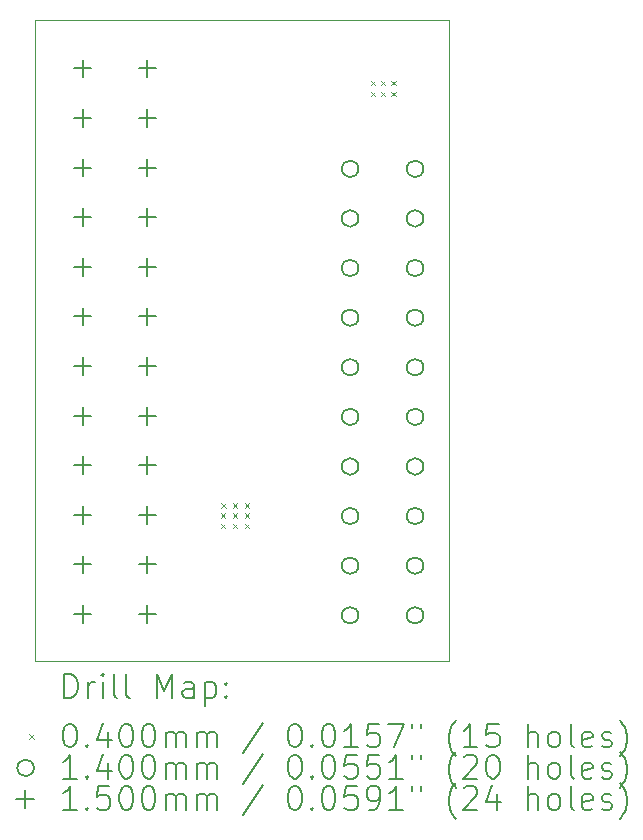
<source format=gbr>
%TF.GenerationSoftware,KiCad,Pcbnew,(6.0.7)*%
%TF.CreationDate,2023-01-08T00:03:06+11:00*%
%TF.ProjectId,Xbox_ATX,58626f78-5f41-4545-982e-6b696361645f,rev?*%
%TF.SameCoordinates,Original*%
%TF.FileFunction,Drillmap*%
%TF.FilePolarity,Positive*%
%FSLAX45Y45*%
G04 Gerber Fmt 4.5, Leading zero omitted, Abs format (unit mm)*
G04 Created by KiCad (PCBNEW (6.0.7)) date 2023-01-08 00:03:06*
%MOMM*%
%LPD*%
G01*
G04 APERTURE LIST*
%ADD10C,0.100000*%
%ADD11C,0.200000*%
%ADD12C,0.040000*%
%ADD13C,0.140000*%
%ADD14C,0.150000*%
G04 APERTURE END LIST*
D10*
X14528800Y-12687300D02*
X18034000Y-12687300D01*
X18034000Y-12687300D02*
X18034000Y-7264400D01*
X18034000Y-7264400D02*
X14528800Y-7264400D01*
X14528800Y-7264400D02*
X14528800Y-12687300D01*
D11*
D12*
X16103920Y-11440480D02*
X16143920Y-11480480D01*
X16143920Y-11440480D02*
X16103920Y-11480480D01*
X16103920Y-11526840D02*
X16143920Y-11566840D01*
X16143920Y-11526840D02*
X16103920Y-11566840D01*
X16109000Y-11354120D02*
X16149000Y-11394120D01*
X16149000Y-11354120D02*
X16109000Y-11394120D01*
X16205520Y-11354120D02*
X16245520Y-11394120D01*
X16245520Y-11354120D02*
X16205520Y-11394120D01*
X16205520Y-11440480D02*
X16245520Y-11480480D01*
X16245520Y-11440480D02*
X16205520Y-11480480D01*
X16205520Y-11526840D02*
X16245520Y-11566840D01*
X16245520Y-11526840D02*
X16205520Y-11566840D01*
X16307120Y-11354120D02*
X16347120Y-11394120D01*
X16347120Y-11354120D02*
X16307120Y-11394120D01*
X16307120Y-11440480D02*
X16347120Y-11480480D01*
X16347120Y-11440480D02*
X16307120Y-11480480D01*
X16307120Y-11526840D02*
X16347120Y-11566840D01*
X16347120Y-11526840D02*
X16307120Y-11566840D01*
X17373920Y-7777800D02*
X17413920Y-7817800D01*
X17413920Y-7777800D02*
X17373920Y-7817800D01*
X17373920Y-7869240D02*
X17413920Y-7909240D01*
X17413920Y-7869240D02*
X17373920Y-7909240D01*
X17460280Y-7777800D02*
X17500280Y-7817800D01*
X17500280Y-7777800D02*
X17460280Y-7817800D01*
X17460280Y-7869240D02*
X17500280Y-7909240D01*
X17500280Y-7869240D02*
X17460280Y-7909240D01*
X17546640Y-7777800D02*
X17586640Y-7817800D01*
X17586640Y-7777800D02*
X17546640Y-7817800D01*
X17546640Y-7869240D02*
X17586640Y-7909240D01*
X17586640Y-7869240D02*
X17546640Y-7909240D01*
D13*
X17271000Y-8524000D02*
G75*
G03*
X17271000Y-8524000I-70000J0D01*
G01*
X17271000Y-8944000D02*
G75*
G03*
X17271000Y-8944000I-70000J0D01*
G01*
X17271000Y-9364000D02*
G75*
G03*
X17271000Y-9364000I-70000J0D01*
G01*
X17271000Y-9784000D02*
G75*
G03*
X17271000Y-9784000I-70000J0D01*
G01*
X17271000Y-10204000D02*
G75*
G03*
X17271000Y-10204000I-70000J0D01*
G01*
X17271000Y-10624000D02*
G75*
G03*
X17271000Y-10624000I-70000J0D01*
G01*
X17271000Y-11044000D02*
G75*
G03*
X17271000Y-11044000I-70000J0D01*
G01*
X17271000Y-11464000D02*
G75*
G03*
X17271000Y-11464000I-70000J0D01*
G01*
X17271000Y-11884000D02*
G75*
G03*
X17271000Y-11884000I-70000J0D01*
G01*
X17271000Y-12304000D02*
G75*
G03*
X17271000Y-12304000I-70000J0D01*
G01*
X17821000Y-8524000D02*
G75*
G03*
X17821000Y-8524000I-70000J0D01*
G01*
X17821000Y-8944000D02*
G75*
G03*
X17821000Y-8944000I-70000J0D01*
G01*
X17821000Y-9364000D02*
G75*
G03*
X17821000Y-9364000I-70000J0D01*
G01*
X17821000Y-9784000D02*
G75*
G03*
X17821000Y-9784000I-70000J0D01*
G01*
X17821000Y-10204000D02*
G75*
G03*
X17821000Y-10204000I-70000J0D01*
G01*
X17821000Y-10624000D02*
G75*
G03*
X17821000Y-10624000I-70000J0D01*
G01*
X17821000Y-11044000D02*
G75*
G03*
X17821000Y-11044000I-70000J0D01*
G01*
X17821000Y-11464000D02*
G75*
G03*
X17821000Y-11464000I-70000J0D01*
G01*
X17821000Y-11884000D02*
G75*
G03*
X17821000Y-11884000I-70000J0D01*
G01*
X17821000Y-12304000D02*
G75*
G03*
X17821000Y-12304000I-70000J0D01*
G01*
D14*
X14935200Y-7598600D02*
X14935200Y-7748600D01*
X14860200Y-7673600D02*
X15010200Y-7673600D01*
X14935200Y-8018600D02*
X14935200Y-8168600D01*
X14860200Y-8093600D02*
X15010200Y-8093600D01*
X14935200Y-8438600D02*
X14935200Y-8588600D01*
X14860200Y-8513600D02*
X15010200Y-8513600D01*
X14935200Y-8858600D02*
X14935200Y-9008600D01*
X14860200Y-8933600D02*
X15010200Y-8933600D01*
X14935200Y-9278600D02*
X14935200Y-9428600D01*
X14860200Y-9353600D02*
X15010200Y-9353600D01*
X14935200Y-9698600D02*
X14935200Y-9848600D01*
X14860200Y-9773600D02*
X15010200Y-9773600D01*
X14935200Y-10118600D02*
X14935200Y-10268600D01*
X14860200Y-10193600D02*
X15010200Y-10193600D01*
X14935200Y-10538600D02*
X14935200Y-10688600D01*
X14860200Y-10613600D02*
X15010200Y-10613600D01*
X14935200Y-10958600D02*
X14935200Y-11108600D01*
X14860200Y-11033600D02*
X15010200Y-11033600D01*
X14935200Y-11378600D02*
X14935200Y-11528600D01*
X14860200Y-11453600D02*
X15010200Y-11453600D01*
X14935200Y-11798600D02*
X14935200Y-11948600D01*
X14860200Y-11873600D02*
X15010200Y-11873600D01*
X14935200Y-12218600D02*
X14935200Y-12368600D01*
X14860200Y-12293600D02*
X15010200Y-12293600D01*
X15485200Y-7598600D02*
X15485200Y-7748600D01*
X15410200Y-7673600D02*
X15560200Y-7673600D01*
X15485200Y-8018600D02*
X15485200Y-8168600D01*
X15410200Y-8093600D02*
X15560200Y-8093600D01*
X15485200Y-8438600D02*
X15485200Y-8588600D01*
X15410200Y-8513600D02*
X15560200Y-8513600D01*
X15485200Y-8858600D02*
X15485200Y-9008600D01*
X15410200Y-8933600D02*
X15560200Y-8933600D01*
X15485200Y-9278600D02*
X15485200Y-9428600D01*
X15410200Y-9353600D02*
X15560200Y-9353600D01*
X15485200Y-9698600D02*
X15485200Y-9848600D01*
X15410200Y-9773600D02*
X15560200Y-9773600D01*
X15485200Y-10118600D02*
X15485200Y-10268600D01*
X15410200Y-10193600D02*
X15560200Y-10193600D01*
X15485200Y-10538600D02*
X15485200Y-10688600D01*
X15410200Y-10613600D02*
X15560200Y-10613600D01*
X15485200Y-10958600D02*
X15485200Y-11108600D01*
X15410200Y-11033600D02*
X15560200Y-11033600D01*
X15485200Y-11378600D02*
X15485200Y-11528600D01*
X15410200Y-11453600D02*
X15560200Y-11453600D01*
X15485200Y-11798600D02*
X15485200Y-11948600D01*
X15410200Y-11873600D02*
X15560200Y-11873600D01*
X15485200Y-12218600D02*
X15485200Y-12368600D01*
X15410200Y-12293600D02*
X15560200Y-12293600D01*
D11*
X14781419Y-13002776D02*
X14781419Y-12802776D01*
X14829038Y-12802776D01*
X14857609Y-12812300D01*
X14876657Y-12831348D01*
X14886181Y-12850395D01*
X14895705Y-12888490D01*
X14895705Y-12917062D01*
X14886181Y-12955157D01*
X14876657Y-12974205D01*
X14857609Y-12993252D01*
X14829038Y-13002776D01*
X14781419Y-13002776D01*
X14981419Y-13002776D02*
X14981419Y-12869443D01*
X14981419Y-12907538D02*
X14990943Y-12888490D01*
X15000467Y-12878967D01*
X15019514Y-12869443D01*
X15038562Y-12869443D01*
X15105228Y-13002776D02*
X15105228Y-12869443D01*
X15105228Y-12802776D02*
X15095705Y-12812300D01*
X15105228Y-12821824D01*
X15114752Y-12812300D01*
X15105228Y-12802776D01*
X15105228Y-12821824D01*
X15229038Y-13002776D02*
X15209990Y-12993252D01*
X15200467Y-12974205D01*
X15200467Y-12802776D01*
X15333800Y-13002776D02*
X15314752Y-12993252D01*
X15305228Y-12974205D01*
X15305228Y-12802776D01*
X15562371Y-13002776D02*
X15562371Y-12802776D01*
X15629038Y-12945633D01*
X15695705Y-12802776D01*
X15695705Y-13002776D01*
X15876657Y-13002776D02*
X15876657Y-12898014D01*
X15867133Y-12878967D01*
X15848086Y-12869443D01*
X15809990Y-12869443D01*
X15790943Y-12878967D01*
X15876657Y-12993252D02*
X15857609Y-13002776D01*
X15809990Y-13002776D01*
X15790943Y-12993252D01*
X15781419Y-12974205D01*
X15781419Y-12955157D01*
X15790943Y-12936109D01*
X15809990Y-12926586D01*
X15857609Y-12926586D01*
X15876657Y-12917062D01*
X15971895Y-12869443D02*
X15971895Y-13069443D01*
X15971895Y-12878967D02*
X15990943Y-12869443D01*
X16029038Y-12869443D01*
X16048086Y-12878967D01*
X16057609Y-12888490D01*
X16067133Y-12907538D01*
X16067133Y-12964681D01*
X16057609Y-12983728D01*
X16048086Y-12993252D01*
X16029038Y-13002776D01*
X15990943Y-13002776D01*
X15971895Y-12993252D01*
X16152848Y-12983728D02*
X16162371Y-12993252D01*
X16152848Y-13002776D01*
X16143324Y-12993252D01*
X16152848Y-12983728D01*
X16152848Y-13002776D01*
X16152848Y-12878967D02*
X16162371Y-12888490D01*
X16152848Y-12898014D01*
X16143324Y-12888490D01*
X16152848Y-12878967D01*
X16152848Y-12898014D01*
D12*
X14483800Y-13312300D02*
X14523800Y-13352300D01*
X14523800Y-13312300D02*
X14483800Y-13352300D01*
D11*
X14819514Y-13222776D02*
X14838562Y-13222776D01*
X14857609Y-13232300D01*
X14867133Y-13241824D01*
X14876657Y-13260871D01*
X14886181Y-13298967D01*
X14886181Y-13346586D01*
X14876657Y-13384681D01*
X14867133Y-13403728D01*
X14857609Y-13413252D01*
X14838562Y-13422776D01*
X14819514Y-13422776D01*
X14800467Y-13413252D01*
X14790943Y-13403728D01*
X14781419Y-13384681D01*
X14771895Y-13346586D01*
X14771895Y-13298967D01*
X14781419Y-13260871D01*
X14790943Y-13241824D01*
X14800467Y-13232300D01*
X14819514Y-13222776D01*
X14971895Y-13403728D02*
X14981419Y-13413252D01*
X14971895Y-13422776D01*
X14962371Y-13413252D01*
X14971895Y-13403728D01*
X14971895Y-13422776D01*
X15152848Y-13289443D02*
X15152848Y-13422776D01*
X15105228Y-13213252D02*
X15057609Y-13356109D01*
X15181419Y-13356109D01*
X15295705Y-13222776D02*
X15314752Y-13222776D01*
X15333800Y-13232300D01*
X15343324Y-13241824D01*
X15352848Y-13260871D01*
X15362371Y-13298967D01*
X15362371Y-13346586D01*
X15352848Y-13384681D01*
X15343324Y-13403728D01*
X15333800Y-13413252D01*
X15314752Y-13422776D01*
X15295705Y-13422776D01*
X15276657Y-13413252D01*
X15267133Y-13403728D01*
X15257609Y-13384681D01*
X15248086Y-13346586D01*
X15248086Y-13298967D01*
X15257609Y-13260871D01*
X15267133Y-13241824D01*
X15276657Y-13232300D01*
X15295705Y-13222776D01*
X15486181Y-13222776D02*
X15505228Y-13222776D01*
X15524276Y-13232300D01*
X15533800Y-13241824D01*
X15543324Y-13260871D01*
X15552848Y-13298967D01*
X15552848Y-13346586D01*
X15543324Y-13384681D01*
X15533800Y-13403728D01*
X15524276Y-13413252D01*
X15505228Y-13422776D01*
X15486181Y-13422776D01*
X15467133Y-13413252D01*
X15457609Y-13403728D01*
X15448086Y-13384681D01*
X15438562Y-13346586D01*
X15438562Y-13298967D01*
X15448086Y-13260871D01*
X15457609Y-13241824D01*
X15467133Y-13232300D01*
X15486181Y-13222776D01*
X15638562Y-13422776D02*
X15638562Y-13289443D01*
X15638562Y-13308490D02*
X15648086Y-13298967D01*
X15667133Y-13289443D01*
X15695705Y-13289443D01*
X15714752Y-13298967D01*
X15724276Y-13318014D01*
X15724276Y-13422776D01*
X15724276Y-13318014D02*
X15733800Y-13298967D01*
X15752848Y-13289443D01*
X15781419Y-13289443D01*
X15800467Y-13298967D01*
X15809990Y-13318014D01*
X15809990Y-13422776D01*
X15905228Y-13422776D02*
X15905228Y-13289443D01*
X15905228Y-13308490D02*
X15914752Y-13298967D01*
X15933800Y-13289443D01*
X15962371Y-13289443D01*
X15981419Y-13298967D01*
X15990943Y-13318014D01*
X15990943Y-13422776D01*
X15990943Y-13318014D02*
X16000467Y-13298967D01*
X16019514Y-13289443D01*
X16048086Y-13289443D01*
X16067133Y-13298967D01*
X16076657Y-13318014D01*
X16076657Y-13422776D01*
X16467133Y-13213252D02*
X16295705Y-13470395D01*
X16724276Y-13222776D02*
X16743324Y-13222776D01*
X16762371Y-13232300D01*
X16771895Y-13241824D01*
X16781419Y-13260871D01*
X16790943Y-13298967D01*
X16790943Y-13346586D01*
X16781419Y-13384681D01*
X16771895Y-13403728D01*
X16762371Y-13413252D01*
X16743324Y-13422776D01*
X16724276Y-13422776D01*
X16705228Y-13413252D01*
X16695705Y-13403728D01*
X16686181Y-13384681D01*
X16676657Y-13346586D01*
X16676657Y-13298967D01*
X16686181Y-13260871D01*
X16695705Y-13241824D01*
X16705228Y-13232300D01*
X16724276Y-13222776D01*
X16876657Y-13403728D02*
X16886181Y-13413252D01*
X16876657Y-13422776D01*
X16867133Y-13413252D01*
X16876657Y-13403728D01*
X16876657Y-13422776D01*
X17009990Y-13222776D02*
X17029038Y-13222776D01*
X17048086Y-13232300D01*
X17057610Y-13241824D01*
X17067133Y-13260871D01*
X17076657Y-13298967D01*
X17076657Y-13346586D01*
X17067133Y-13384681D01*
X17057610Y-13403728D01*
X17048086Y-13413252D01*
X17029038Y-13422776D01*
X17009990Y-13422776D01*
X16990943Y-13413252D01*
X16981419Y-13403728D01*
X16971895Y-13384681D01*
X16962371Y-13346586D01*
X16962371Y-13298967D01*
X16971895Y-13260871D01*
X16981419Y-13241824D01*
X16990943Y-13232300D01*
X17009990Y-13222776D01*
X17267133Y-13422776D02*
X17152848Y-13422776D01*
X17209990Y-13422776D02*
X17209990Y-13222776D01*
X17190943Y-13251348D01*
X17171895Y-13270395D01*
X17152848Y-13279919D01*
X17448086Y-13222776D02*
X17352848Y-13222776D01*
X17343324Y-13318014D01*
X17352848Y-13308490D01*
X17371895Y-13298967D01*
X17419514Y-13298967D01*
X17438562Y-13308490D01*
X17448086Y-13318014D01*
X17457610Y-13337062D01*
X17457610Y-13384681D01*
X17448086Y-13403728D01*
X17438562Y-13413252D01*
X17419514Y-13422776D01*
X17371895Y-13422776D01*
X17352848Y-13413252D01*
X17343324Y-13403728D01*
X17524276Y-13222776D02*
X17657610Y-13222776D01*
X17571895Y-13422776D01*
X17724276Y-13222776D02*
X17724276Y-13260871D01*
X17800467Y-13222776D02*
X17800467Y-13260871D01*
X18095705Y-13498967D02*
X18086181Y-13489443D01*
X18067133Y-13460871D01*
X18057610Y-13441824D01*
X18048086Y-13413252D01*
X18038562Y-13365633D01*
X18038562Y-13327538D01*
X18048086Y-13279919D01*
X18057610Y-13251348D01*
X18067133Y-13232300D01*
X18086181Y-13203728D01*
X18095705Y-13194205D01*
X18276657Y-13422776D02*
X18162371Y-13422776D01*
X18219514Y-13422776D02*
X18219514Y-13222776D01*
X18200467Y-13251348D01*
X18181419Y-13270395D01*
X18162371Y-13279919D01*
X18457610Y-13222776D02*
X18362371Y-13222776D01*
X18352848Y-13318014D01*
X18362371Y-13308490D01*
X18381419Y-13298967D01*
X18429038Y-13298967D01*
X18448086Y-13308490D01*
X18457610Y-13318014D01*
X18467133Y-13337062D01*
X18467133Y-13384681D01*
X18457610Y-13403728D01*
X18448086Y-13413252D01*
X18429038Y-13422776D01*
X18381419Y-13422776D01*
X18362371Y-13413252D01*
X18352848Y-13403728D01*
X18705229Y-13422776D02*
X18705229Y-13222776D01*
X18790943Y-13422776D02*
X18790943Y-13318014D01*
X18781419Y-13298967D01*
X18762371Y-13289443D01*
X18733800Y-13289443D01*
X18714752Y-13298967D01*
X18705229Y-13308490D01*
X18914752Y-13422776D02*
X18895705Y-13413252D01*
X18886181Y-13403728D01*
X18876657Y-13384681D01*
X18876657Y-13327538D01*
X18886181Y-13308490D01*
X18895705Y-13298967D01*
X18914752Y-13289443D01*
X18943324Y-13289443D01*
X18962371Y-13298967D01*
X18971895Y-13308490D01*
X18981419Y-13327538D01*
X18981419Y-13384681D01*
X18971895Y-13403728D01*
X18962371Y-13413252D01*
X18943324Y-13422776D01*
X18914752Y-13422776D01*
X19095705Y-13422776D02*
X19076657Y-13413252D01*
X19067133Y-13394205D01*
X19067133Y-13222776D01*
X19248086Y-13413252D02*
X19229038Y-13422776D01*
X19190943Y-13422776D01*
X19171895Y-13413252D01*
X19162371Y-13394205D01*
X19162371Y-13318014D01*
X19171895Y-13298967D01*
X19190943Y-13289443D01*
X19229038Y-13289443D01*
X19248086Y-13298967D01*
X19257610Y-13318014D01*
X19257610Y-13337062D01*
X19162371Y-13356109D01*
X19333800Y-13413252D02*
X19352848Y-13422776D01*
X19390943Y-13422776D01*
X19409990Y-13413252D01*
X19419514Y-13394205D01*
X19419514Y-13384681D01*
X19409990Y-13365633D01*
X19390943Y-13356109D01*
X19362371Y-13356109D01*
X19343324Y-13346586D01*
X19333800Y-13327538D01*
X19333800Y-13318014D01*
X19343324Y-13298967D01*
X19362371Y-13289443D01*
X19390943Y-13289443D01*
X19409990Y-13298967D01*
X19486181Y-13498967D02*
X19495705Y-13489443D01*
X19514752Y-13460871D01*
X19524276Y-13441824D01*
X19533800Y-13413252D01*
X19543324Y-13365633D01*
X19543324Y-13327538D01*
X19533800Y-13279919D01*
X19524276Y-13251348D01*
X19514752Y-13232300D01*
X19495705Y-13203728D01*
X19486181Y-13194205D01*
D13*
X14523800Y-13596300D02*
G75*
G03*
X14523800Y-13596300I-70000J0D01*
G01*
D11*
X14886181Y-13686776D02*
X14771895Y-13686776D01*
X14829038Y-13686776D02*
X14829038Y-13486776D01*
X14809990Y-13515348D01*
X14790943Y-13534395D01*
X14771895Y-13543919D01*
X14971895Y-13667728D02*
X14981419Y-13677252D01*
X14971895Y-13686776D01*
X14962371Y-13677252D01*
X14971895Y-13667728D01*
X14971895Y-13686776D01*
X15152848Y-13553443D02*
X15152848Y-13686776D01*
X15105228Y-13477252D02*
X15057609Y-13620109D01*
X15181419Y-13620109D01*
X15295705Y-13486776D02*
X15314752Y-13486776D01*
X15333800Y-13496300D01*
X15343324Y-13505824D01*
X15352848Y-13524871D01*
X15362371Y-13562967D01*
X15362371Y-13610586D01*
X15352848Y-13648681D01*
X15343324Y-13667728D01*
X15333800Y-13677252D01*
X15314752Y-13686776D01*
X15295705Y-13686776D01*
X15276657Y-13677252D01*
X15267133Y-13667728D01*
X15257609Y-13648681D01*
X15248086Y-13610586D01*
X15248086Y-13562967D01*
X15257609Y-13524871D01*
X15267133Y-13505824D01*
X15276657Y-13496300D01*
X15295705Y-13486776D01*
X15486181Y-13486776D02*
X15505228Y-13486776D01*
X15524276Y-13496300D01*
X15533800Y-13505824D01*
X15543324Y-13524871D01*
X15552848Y-13562967D01*
X15552848Y-13610586D01*
X15543324Y-13648681D01*
X15533800Y-13667728D01*
X15524276Y-13677252D01*
X15505228Y-13686776D01*
X15486181Y-13686776D01*
X15467133Y-13677252D01*
X15457609Y-13667728D01*
X15448086Y-13648681D01*
X15438562Y-13610586D01*
X15438562Y-13562967D01*
X15448086Y-13524871D01*
X15457609Y-13505824D01*
X15467133Y-13496300D01*
X15486181Y-13486776D01*
X15638562Y-13686776D02*
X15638562Y-13553443D01*
X15638562Y-13572490D02*
X15648086Y-13562967D01*
X15667133Y-13553443D01*
X15695705Y-13553443D01*
X15714752Y-13562967D01*
X15724276Y-13582014D01*
X15724276Y-13686776D01*
X15724276Y-13582014D02*
X15733800Y-13562967D01*
X15752848Y-13553443D01*
X15781419Y-13553443D01*
X15800467Y-13562967D01*
X15809990Y-13582014D01*
X15809990Y-13686776D01*
X15905228Y-13686776D02*
X15905228Y-13553443D01*
X15905228Y-13572490D02*
X15914752Y-13562967D01*
X15933800Y-13553443D01*
X15962371Y-13553443D01*
X15981419Y-13562967D01*
X15990943Y-13582014D01*
X15990943Y-13686776D01*
X15990943Y-13582014D02*
X16000467Y-13562967D01*
X16019514Y-13553443D01*
X16048086Y-13553443D01*
X16067133Y-13562967D01*
X16076657Y-13582014D01*
X16076657Y-13686776D01*
X16467133Y-13477252D02*
X16295705Y-13734395D01*
X16724276Y-13486776D02*
X16743324Y-13486776D01*
X16762371Y-13496300D01*
X16771895Y-13505824D01*
X16781419Y-13524871D01*
X16790943Y-13562967D01*
X16790943Y-13610586D01*
X16781419Y-13648681D01*
X16771895Y-13667728D01*
X16762371Y-13677252D01*
X16743324Y-13686776D01*
X16724276Y-13686776D01*
X16705228Y-13677252D01*
X16695705Y-13667728D01*
X16686181Y-13648681D01*
X16676657Y-13610586D01*
X16676657Y-13562967D01*
X16686181Y-13524871D01*
X16695705Y-13505824D01*
X16705228Y-13496300D01*
X16724276Y-13486776D01*
X16876657Y-13667728D02*
X16886181Y-13677252D01*
X16876657Y-13686776D01*
X16867133Y-13677252D01*
X16876657Y-13667728D01*
X16876657Y-13686776D01*
X17009990Y-13486776D02*
X17029038Y-13486776D01*
X17048086Y-13496300D01*
X17057610Y-13505824D01*
X17067133Y-13524871D01*
X17076657Y-13562967D01*
X17076657Y-13610586D01*
X17067133Y-13648681D01*
X17057610Y-13667728D01*
X17048086Y-13677252D01*
X17029038Y-13686776D01*
X17009990Y-13686776D01*
X16990943Y-13677252D01*
X16981419Y-13667728D01*
X16971895Y-13648681D01*
X16962371Y-13610586D01*
X16962371Y-13562967D01*
X16971895Y-13524871D01*
X16981419Y-13505824D01*
X16990943Y-13496300D01*
X17009990Y-13486776D01*
X17257610Y-13486776D02*
X17162371Y-13486776D01*
X17152848Y-13582014D01*
X17162371Y-13572490D01*
X17181419Y-13562967D01*
X17229038Y-13562967D01*
X17248086Y-13572490D01*
X17257610Y-13582014D01*
X17267133Y-13601062D01*
X17267133Y-13648681D01*
X17257610Y-13667728D01*
X17248086Y-13677252D01*
X17229038Y-13686776D01*
X17181419Y-13686776D01*
X17162371Y-13677252D01*
X17152848Y-13667728D01*
X17448086Y-13486776D02*
X17352848Y-13486776D01*
X17343324Y-13582014D01*
X17352848Y-13572490D01*
X17371895Y-13562967D01*
X17419514Y-13562967D01*
X17438562Y-13572490D01*
X17448086Y-13582014D01*
X17457610Y-13601062D01*
X17457610Y-13648681D01*
X17448086Y-13667728D01*
X17438562Y-13677252D01*
X17419514Y-13686776D01*
X17371895Y-13686776D01*
X17352848Y-13677252D01*
X17343324Y-13667728D01*
X17648086Y-13686776D02*
X17533800Y-13686776D01*
X17590943Y-13686776D02*
X17590943Y-13486776D01*
X17571895Y-13515348D01*
X17552848Y-13534395D01*
X17533800Y-13543919D01*
X17724276Y-13486776D02*
X17724276Y-13524871D01*
X17800467Y-13486776D02*
X17800467Y-13524871D01*
X18095705Y-13762967D02*
X18086181Y-13753443D01*
X18067133Y-13724871D01*
X18057610Y-13705824D01*
X18048086Y-13677252D01*
X18038562Y-13629633D01*
X18038562Y-13591538D01*
X18048086Y-13543919D01*
X18057610Y-13515348D01*
X18067133Y-13496300D01*
X18086181Y-13467728D01*
X18095705Y-13458205D01*
X18162371Y-13505824D02*
X18171895Y-13496300D01*
X18190943Y-13486776D01*
X18238562Y-13486776D01*
X18257610Y-13496300D01*
X18267133Y-13505824D01*
X18276657Y-13524871D01*
X18276657Y-13543919D01*
X18267133Y-13572490D01*
X18152848Y-13686776D01*
X18276657Y-13686776D01*
X18400467Y-13486776D02*
X18419514Y-13486776D01*
X18438562Y-13496300D01*
X18448086Y-13505824D01*
X18457610Y-13524871D01*
X18467133Y-13562967D01*
X18467133Y-13610586D01*
X18457610Y-13648681D01*
X18448086Y-13667728D01*
X18438562Y-13677252D01*
X18419514Y-13686776D01*
X18400467Y-13686776D01*
X18381419Y-13677252D01*
X18371895Y-13667728D01*
X18362371Y-13648681D01*
X18352848Y-13610586D01*
X18352848Y-13562967D01*
X18362371Y-13524871D01*
X18371895Y-13505824D01*
X18381419Y-13496300D01*
X18400467Y-13486776D01*
X18705229Y-13686776D02*
X18705229Y-13486776D01*
X18790943Y-13686776D02*
X18790943Y-13582014D01*
X18781419Y-13562967D01*
X18762371Y-13553443D01*
X18733800Y-13553443D01*
X18714752Y-13562967D01*
X18705229Y-13572490D01*
X18914752Y-13686776D02*
X18895705Y-13677252D01*
X18886181Y-13667728D01*
X18876657Y-13648681D01*
X18876657Y-13591538D01*
X18886181Y-13572490D01*
X18895705Y-13562967D01*
X18914752Y-13553443D01*
X18943324Y-13553443D01*
X18962371Y-13562967D01*
X18971895Y-13572490D01*
X18981419Y-13591538D01*
X18981419Y-13648681D01*
X18971895Y-13667728D01*
X18962371Y-13677252D01*
X18943324Y-13686776D01*
X18914752Y-13686776D01*
X19095705Y-13686776D02*
X19076657Y-13677252D01*
X19067133Y-13658205D01*
X19067133Y-13486776D01*
X19248086Y-13677252D02*
X19229038Y-13686776D01*
X19190943Y-13686776D01*
X19171895Y-13677252D01*
X19162371Y-13658205D01*
X19162371Y-13582014D01*
X19171895Y-13562967D01*
X19190943Y-13553443D01*
X19229038Y-13553443D01*
X19248086Y-13562967D01*
X19257610Y-13582014D01*
X19257610Y-13601062D01*
X19162371Y-13620109D01*
X19333800Y-13677252D02*
X19352848Y-13686776D01*
X19390943Y-13686776D01*
X19409990Y-13677252D01*
X19419514Y-13658205D01*
X19419514Y-13648681D01*
X19409990Y-13629633D01*
X19390943Y-13620109D01*
X19362371Y-13620109D01*
X19343324Y-13610586D01*
X19333800Y-13591538D01*
X19333800Y-13582014D01*
X19343324Y-13562967D01*
X19362371Y-13553443D01*
X19390943Y-13553443D01*
X19409990Y-13562967D01*
X19486181Y-13762967D02*
X19495705Y-13753443D01*
X19514752Y-13724871D01*
X19524276Y-13705824D01*
X19533800Y-13677252D01*
X19543324Y-13629633D01*
X19543324Y-13591538D01*
X19533800Y-13543919D01*
X19524276Y-13515348D01*
X19514752Y-13496300D01*
X19495705Y-13467728D01*
X19486181Y-13458205D01*
D14*
X14448800Y-13785300D02*
X14448800Y-13935300D01*
X14373800Y-13860300D02*
X14523800Y-13860300D01*
D11*
X14886181Y-13950776D02*
X14771895Y-13950776D01*
X14829038Y-13950776D02*
X14829038Y-13750776D01*
X14809990Y-13779348D01*
X14790943Y-13798395D01*
X14771895Y-13807919D01*
X14971895Y-13931728D02*
X14981419Y-13941252D01*
X14971895Y-13950776D01*
X14962371Y-13941252D01*
X14971895Y-13931728D01*
X14971895Y-13950776D01*
X15162371Y-13750776D02*
X15067133Y-13750776D01*
X15057609Y-13846014D01*
X15067133Y-13836490D01*
X15086181Y-13826967D01*
X15133800Y-13826967D01*
X15152848Y-13836490D01*
X15162371Y-13846014D01*
X15171895Y-13865062D01*
X15171895Y-13912681D01*
X15162371Y-13931728D01*
X15152848Y-13941252D01*
X15133800Y-13950776D01*
X15086181Y-13950776D01*
X15067133Y-13941252D01*
X15057609Y-13931728D01*
X15295705Y-13750776D02*
X15314752Y-13750776D01*
X15333800Y-13760300D01*
X15343324Y-13769824D01*
X15352848Y-13788871D01*
X15362371Y-13826967D01*
X15362371Y-13874586D01*
X15352848Y-13912681D01*
X15343324Y-13931728D01*
X15333800Y-13941252D01*
X15314752Y-13950776D01*
X15295705Y-13950776D01*
X15276657Y-13941252D01*
X15267133Y-13931728D01*
X15257609Y-13912681D01*
X15248086Y-13874586D01*
X15248086Y-13826967D01*
X15257609Y-13788871D01*
X15267133Y-13769824D01*
X15276657Y-13760300D01*
X15295705Y-13750776D01*
X15486181Y-13750776D02*
X15505228Y-13750776D01*
X15524276Y-13760300D01*
X15533800Y-13769824D01*
X15543324Y-13788871D01*
X15552848Y-13826967D01*
X15552848Y-13874586D01*
X15543324Y-13912681D01*
X15533800Y-13931728D01*
X15524276Y-13941252D01*
X15505228Y-13950776D01*
X15486181Y-13950776D01*
X15467133Y-13941252D01*
X15457609Y-13931728D01*
X15448086Y-13912681D01*
X15438562Y-13874586D01*
X15438562Y-13826967D01*
X15448086Y-13788871D01*
X15457609Y-13769824D01*
X15467133Y-13760300D01*
X15486181Y-13750776D01*
X15638562Y-13950776D02*
X15638562Y-13817443D01*
X15638562Y-13836490D02*
X15648086Y-13826967D01*
X15667133Y-13817443D01*
X15695705Y-13817443D01*
X15714752Y-13826967D01*
X15724276Y-13846014D01*
X15724276Y-13950776D01*
X15724276Y-13846014D02*
X15733800Y-13826967D01*
X15752848Y-13817443D01*
X15781419Y-13817443D01*
X15800467Y-13826967D01*
X15809990Y-13846014D01*
X15809990Y-13950776D01*
X15905228Y-13950776D02*
X15905228Y-13817443D01*
X15905228Y-13836490D02*
X15914752Y-13826967D01*
X15933800Y-13817443D01*
X15962371Y-13817443D01*
X15981419Y-13826967D01*
X15990943Y-13846014D01*
X15990943Y-13950776D01*
X15990943Y-13846014D02*
X16000467Y-13826967D01*
X16019514Y-13817443D01*
X16048086Y-13817443D01*
X16067133Y-13826967D01*
X16076657Y-13846014D01*
X16076657Y-13950776D01*
X16467133Y-13741252D02*
X16295705Y-13998395D01*
X16724276Y-13750776D02*
X16743324Y-13750776D01*
X16762371Y-13760300D01*
X16771895Y-13769824D01*
X16781419Y-13788871D01*
X16790943Y-13826967D01*
X16790943Y-13874586D01*
X16781419Y-13912681D01*
X16771895Y-13931728D01*
X16762371Y-13941252D01*
X16743324Y-13950776D01*
X16724276Y-13950776D01*
X16705228Y-13941252D01*
X16695705Y-13931728D01*
X16686181Y-13912681D01*
X16676657Y-13874586D01*
X16676657Y-13826967D01*
X16686181Y-13788871D01*
X16695705Y-13769824D01*
X16705228Y-13760300D01*
X16724276Y-13750776D01*
X16876657Y-13931728D02*
X16886181Y-13941252D01*
X16876657Y-13950776D01*
X16867133Y-13941252D01*
X16876657Y-13931728D01*
X16876657Y-13950776D01*
X17009990Y-13750776D02*
X17029038Y-13750776D01*
X17048086Y-13760300D01*
X17057610Y-13769824D01*
X17067133Y-13788871D01*
X17076657Y-13826967D01*
X17076657Y-13874586D01*
X17067133Y-13912681D01*
X17057610Y-13931728D01*
X17048086Y-13941252D01*
X17029038Y-13950776D01*
X17009990Y-13950776D01*
X16990943Y-13941252D01*
X16981419Y-13931728D01*
X16971895Y-13912681D01*
X16962371Y-13874586D01*
X16962371Y-13826967D01*
X16971895Y-13788871D01*
X16981419Y-13769824D01*
X16990943Y-13760300D01*
X17009990Y-13750776D01*
X17257610Y-13750776D02*
X17162371Y-13750776D01*
X17152848Y-13846014D01*
X17162371Y-13836490D01*
X17181419Y-13826967D01*
X17229038Y-13826967D01*
X17248086Y-13836490D01*
X17257610Y-13846014D01*
X17267133Y-13865062D01*
X17267133Y-13912681D01*
X17257610Y-13931728D01*
X17248086Y-13941252D01*
X17229038Y-13950776D01*
X17181419Y-13950776D01*
X17162371Y-13941252D01*
X17152848Y-13931728D01*
X17362371Y-13950776D02*
X17400467Y-13950776D01*
X17419514Y-13941252D01*
X17429038Y-13931728D01*
X17448086Y-13903157D01*
X17457610Y-13865062D01*
X17457610Y-13788871D01*
X17448086Y-13769824D01*
X17438562Y-13760300D01*
X17419514Y-13750776D01*
X17381419Y-13750776D01*
X17362371Y-13760300D01*
X17352848Y-13769824D01*
X17343324Y-13788871D01*
X17343324Y-13836490D01*
X17352848Y-13855538D01*
X17362371Y-13865062D01*
X17381419Y-13874586D01*
X17419514Y-13874586D01*
X17438562Y-13865062D01*
X17448086Y-13855538D01*
X17457610Y-13836490D01*
X17648086Y-13950776D02*
X17533800Y-13950776D01*
X17590943Y-13950776D02*
X17590943Y-13750776D01*
X17571895Y-13779348D01*
X17552848Y-13798395D01*
X17533800Y-13807919D01*
X17724276Y-13750776D02*
X17724276Y-13788871D01*
X17800467Y-13750776D02*
X17800467Y-13788871D01*
X18095705Y-14026967D02*
X18086181Y-14017443D01*
X18067133Y-13988871D01*
X18057610Y-13969824D01*
X18048086Y-13941252D01*
X18038562Y-13893633D01*
X18038562Y-13855538D01*
X18048086Y-13807919D01*
X18057610Y-13779348D01*
X18067133Y-13760300D01*
X18086181Y-13731728D01*
X18095705Y-13722205D01*
X18162371Y-13769824D02*
X18171895Y-13760300D01*
X18190943Y-13750776D01*
X18238562Y-13750776D01*
X18257610Y-13760300D01*
X18267133Y-13769824D01*
X18276657Y-13788871D01*
X18276657Y-13807919D01*
X18267133Y-13836490D01*
X18152848Y-13950776D01*
X18276657Y-13950776D01*
X18448086Y-13817443D02*
X18448086Y-13950776D01*
X18400467Y-13741252D02*
X18352848Y-13884109D01*
X18476657Y-13884109D01*
X18705229Y-13950776D02*
X18705229Y-13750776D01*
X18790943Y-13950776D02*
X18790943Y-13846014D01*
X18781419Y-13826967D01*
X18762371Y-13817443D01*
X18733800Y-13817443D01*
X18714752Y-13826967D01*
X18705229Y-13836490D01*
X18914752Y-13950776D02*
X18895705Y-13941252D01*
X18886181Y-13931728D01*
X18876657Y-13912681D01*
X18876657Y-13855538D01*
X18886181Y-13836490D01*
X18895705Y-13826967D01*
X18914752Y-13817443D01*
X18943324Y-13817443D01*
X18962371Y-13826967D01*
X18971895Y-13836490D01*
X18981419Y-13855538D01*
X18981419Y-13912681D01*
X18971895Y-13931728D01*
X18962371Y-13941252D01*
X18943324Y-13950776D01*
X18914752Y-13950776D01*
X19095705Y-13950776D02*
X19076657Y-13941252D01*
X19067133Y-13922205D01*
X19067133Y-13750776D01*
X19248086Y-13941252D02*
X19229038Y-13950776D01*
X19190943Y-13950776D01*
X19171895Y-13941252D01*
X19162371Y-13922205D01*
X19162371Y-13846014D01*
X19171895Y-13826967D01*
X19190943Y-13817443D01*
X19229038Y-13817443D01*
X19248086Y-13826967D01*
X19257610Y-13846014D01*
X19257610Y-13865062D01*
X19162371Y-13884109D01*
X19333800Y-13941252D02*
X19352848Y-13950776D01*
X19390943Y-13950776D01*
X19409990Y-13941252D01*
X19419514Y-13922205D01*
X19419514Y-13912681D01*
X19409990Y-13893633D01*
X19390943Y-13884109D01*
X19362371Y-13884109D01*
X19343324Y-13874586D01*
X19333800Y-13855538D01*
X19333800Y-13846014D01*
X19343324Y-13826967D01*
X19362371Y-13817443D01*
X19390943Y-13817443D01*
X19409990Y-13826967D01*
X19486181Y-14026967D02*
X19495705Y-14017443D01*
X19514752Y-13988871D01*
X19524276Y-13969824D01*
X19533800Y-13941252D01*
X19543324Y-13893633D01*
X19543324Y-13855538D01*
X19533800Y-13807919D01*
X19524276Y-13779348D01*
X19514752Y-13760300D01*
X19495705Y-13731728D01*
X19486181Y-13722205D01*
M02*

</source>
